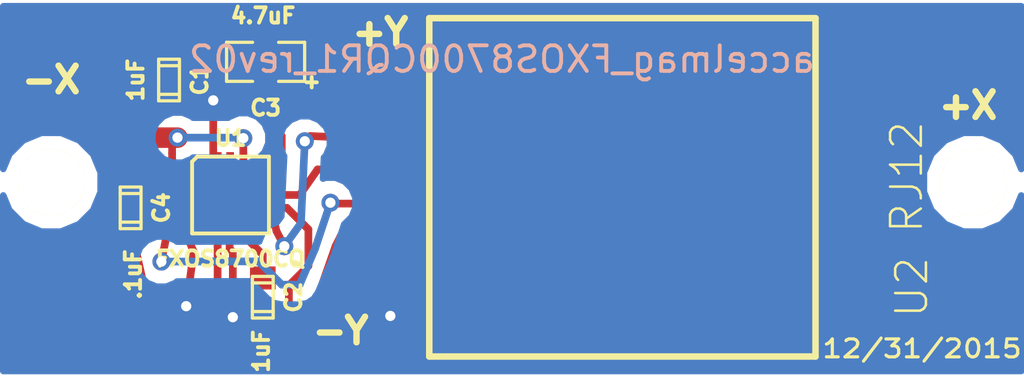
<source format=kicad_pcb>
(kicad_pcb (version 4) (host pcbnew "(2015-08-20 BZR 6109)-product")

  (general
    (links 21)
    (no_connects 0)
    (area 130.5 101.305 171.279762 116.039286)
    (thickness 1.6)
    (drawings 6)
    (tracks 122)
    (zones 0)
    (modules 8)
    (nets 9)
  )

  (page A)
  (layers
    (0 F.Cu signal)
    (31 B.Cu signal)
    (32 B.Adhes user)
    (33 F.Adhes user)
    (34 B.Paste user)
    (35 F.Paste user)
    (36 B.SilkS user)
    (37 F.SilkS user)
    (38 B.Mask user)
    (39 F.Mask user)
    (40 Dwgs.User user)
    (41 Cmts.User user)
    (42 Eco1.User user)
    (43 Eco2.User user)
    (44 Edge.Cuts user)
  )

  (setup
    (last_trace_width 0.3)
    (user_trace_width 0.1)
    (user_trace_width 0.15)
    (user_trace_width 0.2)
    (user_trace_width 0.25)
    (user_trace_width 0.3)
    (user_trace_width 0.35)
    (user_trace_width 0.4)
    (user_trace_width 0.5)
    (user_trace_width 0.6)
    (user_trace_width 0.7)
    (user_trace_width 0.8)
    (user_trace_width 1)
    (trace_clearance 0.05)
    (zone_clearance 0.5)
    (zone_45_only no)
    (trace_min 0.1)
    (segment_width 0.2)
    (edge_width 0.1)
    (via_size 0.7)
    (via_drill 0.4)
    (via_min_size 0.7)
    (via_min_drill 0.4)
    (uvia_size 0.4)
    (uvia_drill 0.127)
    (uvias_allowed no)
    (uvia_min_size 0.4)
    (uvia_min_drill 0.127)
    (pcb_text_width 0.3)
    (pcb_text_size 1.5 1.5)
    (mod_edge_width 0.15)
    (mod_text_size 1 1)
    (mod_text_width 0.15)
    (pad_size 2.60096 1.6002)
    (pad_drill 0)
    (pad_to_mask_clearance 0)
    (aux_axis_origin 0 0)
    (visible_elements 7FFFFFFF)
    (pcbplotparams
      (layerselection 0x00030_80000001)
      (usegerberextensions true)
      (excludeedgelayer true)
      (linewidth 0.150000)
      (plotframeref false)
      (viasonmask false)
      (mode 1)
      (useauxorigin false)
      (hpglpennumber 1)
      (hpglpenspeed 20)
      (hpglpendiameter 15)
      (hpglpenoverlay 2)
      (psnegative false)
      (psa4output false)
      (plotreference true)
      (plotvalue true)
      (plotinvisibletext false)
      (padsonsilk false)
      (subtractmaskfromsilk false)
      (outputformat 1)
      (mirror false)
      (drillshape 0)
      (scaleselection 1)
      (outputdirectory ""))
  )

  (net 0 "")
  (net 1 GND)
  (net 2 INT1)
  (net 3 INT2)
  (net 4 SCL)
  (net 5 SDA)
  (net 6 Vdd)
  (net 7 "Net-(C2-Pad1)")
  (net 8 "Net-(C4-Pad1)")

  (net_class Default "This is the default net class."
    (clearance 0.05)
    (trace_width 0.5)
    (via_dia 0.7)
    (via_drill 0.4)
    (uvia_dia 0.4)
    (uvia_drill 0.127)
    (add_net GND)
    (add_net INT1)
    (add_net INT2)
    (add_net "Net-(C2-Pad1)")
    (add_net "Net-(C4-Pad1)")
    (add_net SCL)
    (add_net SDA)
    (add_net Vdd)
  )

  (module ted_connectors:TED_RJ12_855135002 (layer F.Cu) (tedit 0) (tstamp 539CC027)
    (at 155.3 108.7 270)
    (path /539B7C14)
    (fp_text reference U2 (at 3.9 -11.3 270) (layer F.SilkS)
      (effects (font (size 1.2 1.2) (thickness 0.09906)))
    )
    (fp_text value RJ12 (at -0.4 -11.1 270) (layer F.SilkS)
      (effects (font (size 1.2 1.2) (thickness 0.09906)))
    )
    (fp_line (start -6.605 -7.54) (end 6.605 -7.54) (layer F.SilkS) (width 0.254))
    (fp_line (start 6.605 -7.54) (end 6.605 7.54) (layer F.SilkS) (width 0.254))
    (fp_line (start 6.605 7.54) (end -6.605 7.54) (layer F.SilkS) (width 0.254))
    (fp_line (start -6.605 7.54) (end -6.605 -7.54) (layer F.SilkS) (width 0.254))
    (pad 6 smd rect (at -3.175 7.9 270) (size 0.76 5) (layers F.Cu F.Paste F.Mask)
      (net 6 Vdd) (clearance 0.2))
    (pad 4 smd rect (at -0.635 7.9 270) (size 0.76 5) (layers F.Cu F.Paste F.Mask)
      (net 2 INT1) (clearance 0.2))
    (pad 2 smd rect (at 1.905 7.9 270) (size 0.76 5) (layers F.Cu F.Paste F.Mask)
      (net 5 SDA) (clearance 0.2))
    (pad 3 smd rect (at 0.635 7.9 270) (size 0.76 5) (layers F.Cu F.Paste F.Mask)
      (net 4 SCL) (clearance 0.2))
    (pad 1 smd rect (at 3.175 7.9 270) (size 0.76 5) (layers F.Cu F.Paste F.Mask)
      (net 1 GND) (clearance 0.2))
    (pad 5 smd rect (at -1.905 7.9 270) (size 0.76 5) (layers F.Cu F.Paste F.Mask)
      (net 3 INT2) (clearance 0.2))
    (pad PAD smd rect (at 0 -8.15 270) (size 8.8 4.5) (layers F.Cu F.Paste F.Mask))
  )

  (module ted_holes:TED_Hole_2_6mm (layer F.Cu) (tedit 0) (tstamp 539CCC63)
    (at 133 108.5)
    (path /5365C78C)
    (fp_text reference H1 (at -0.05 -2.425) (layer F.SilkS) hide
      (effects (font (size 1 1) (thickness 0.15)))
    )
    (fp_text value HOLE (at 0.25 2.6) (layer F.SilkS) hide
      (effects (font (size 1 1) (thickness 0.15)))
    )
    (pad "" np_thru_hole circle (at 0 0) (size 2.6 2.6) (drill 2.6) (layers *.Cu *.Mask F.SilkS))
  )

  (module ted_holes:TED_Hole_2_6mm (layer F.Cu) (tedit 0) (tstamp 539CBF88)
    (at 169 108.5)
    (path /539CBE67)
    (fp_text reference H2 (at -0.05 -2.425) (layer F.SilkS) hide
      (effects (font (size 1 1) (thickness 0.15)))
    )
    (fp_text value HOLE (at 0.25 2.6) (layer F.SilkS) hide
      (effects (font (size 1 1) (thickness 0.15)))
    )
    (pad "" np_thru_hole circle (at 0 0) (size 2.6 2.6) (drill 2.6) (layers *.Cu *.Mask F.SilkS))
  )

  (module ted_ICs:TED_QFN16_3x5 (layer F.Cu) (tedit 0) (tstamp 52A599E5)
    (at 140 109)
    (path /54A72EE3)
    (solder_paste_ratio -0.2)
    (clearance 0.1)
    (fp_text reference U1 (at 0 -2.22) (layer F.SilkS)
      (effects (font (size 0.6 0.6) (thickness 0.15)))
    )
    (fp_text value FXOS8700CQ (at 0 2.49) (layer F.SilkS)
      (effects (font (size 0.6 0.6) (thickness 0.15)))
    )
    (fp_line (start -1.3 -1.5) (end 1.5 -1.5) (layer F.SilkS) (width 0.14986))
    (fp_line (start -1.5 -1.3) (end -1.5 1.5) (layer F.SilkS) (width 0.14986))
    (fp_line (start -1.3 -1.5) (end -1.5 -1.3) (layer F.SilkS) (width 0.14986))
    (fp_line (start 1.5 1.5) (end -1.5 1.5) (layer F.SilkS) (width 0.14986))
    (fp_line (start 1.5 -1.5) (end 1.5 1.5) (layer F.SilkS) (width 0.14986))
    (pad 2 smd rect (at -1.275 -0.5) (size 0.8 0.3) (layers F.Cu F.Paste F.Mask)
      (net 8 "Net-(C4-Pad1)"))
    (pad 1 smd rect (at -1.275 -1) (size 0.8 0.3) (layers F.Cu F.Paste F.Mask)
      (net 6 Vdd))
    (pad 13 smd rect (at 1.275 -1) (size 0.8 0.3) (layers F.Cu F.Paste F.Mask)
      (net 1 GND))
    (pad 3 smd rect (at -1.275 -0.005) (size 0.8 0.3) (layers F.Cu F.Paste F.Mask)
      (net 1 GND))
    (pad 4 smd rect (at -1.275 0.5) (size 0.8 0.3) (layers F.Cu F.Paste F.Mask)
      (net 4 SCL))
    (pad 5 smd rect (at -1.275 1) (size 0.8 0.3) (layers F.Cu F.Paste F.Mask)
      (net 1 GND))
    (pad 6 smd rect (at -0.5 1.275) (size 0.3 0.8) (layers F.Cu F.Paste F.Mask)
      (net 5 SDA))
    (pad 7 smd rect (at -0.035 1.275) (size 0.3 0.8) (layers F.Cu F.Paste F.Mask)
      (net 1 GND))
    (pad 8 smd rect (at 0.5 1.275) (size 0.3 0.8) (layers F.Cu F.Paste F.Mask)
      (net 7 "Net-(C2-Pad1)"))
    (pad 9 smd rect (at 1.275 1) (size 0.8 0.3) (layers F.Cu F.Paste F.Mask)
      (net 3 INT2))
    (pad 10 smd rect (at 1.275 0.5) (size 0.8 0.3) (layers F.Cu F.Paste F.Mask)
      (net 1 GND))
    (pad 11 smd rect (at 1.275 -0.005) (size 0.8 0.3) (layers F.Cu F.Paste F.Mask)
      (net 2 INT1))
    (pad 12 smd rect (at 1.275 -0.5) (size 0.8 0.3) (layers F.Cu F.Paste F.Mask)
      (net 1 GND))
    (pad 14 smd rect (at 0.5 -1.275) (size 0.3 0.8) (layers F.Cu F.Paste F.Mask)
      (net 6 Vdd))
    (pad 15 smd rect (at -0.015 -1.275) (size 0.3 0.8) (layers F.Cu F.Paste F.Mask))
    (pad 16 smd rect (at -0.5 -1.275) (size 0.3 0.8) (layers F.Cu F.Paste F.Mask)
      (net 1 GND))
  )

  (module ted_capacitors:TED_SM0603_C (layer F.Cu) (tedit 5411E2B4) (tstamp 566C9EAA)
    (at 137.6 104.51 270)
    (descr "SMT capacitor, 0603")
    (path /52959381)
    (fp_text reference C1 (at 0 -1.2 270) (layer F.SilkS)
      (effects (font (size 0.6 0.6) (thickness 0.15)))
    )
    (fp_text value 1uF (at 0 1.3 270) (layer F.SilkS)
      (effects (font (size 0.6 0.6) (thickness 0.15)))
    )
    (fp_line (start 0.5588 0.4064) (end 0.5588 -0.4064) (layer F.SilkS) (width 0.127))
    (fp_line (start -0.5588 -0.381) (end -0.5588 0.4064) (layer F.SilkS) (width 0.127))
    (fp_line (start -0.8128 -0.4064) (end 0.8128 -0.4064) (layer F.SilkS) (width 0.127))
    (fp_line (start 0.8128 -0.4064) (end 0.8128 0.4064) (layer F.SilkS) (width 0.127))
    (fp_line (start 0.8128 0.4064) (end -0.8128 0.4064) (layer F.SilkS) (width 0.127))
    (fp_line (start -0.8128 0.4064) (end -0.8128 -0.4064) (layer F.SilkS) (width 0.127))
    (pad 2 smd rect (at 0.75184 0 270) (size 0.89916 1.00076) (layers F.Cu F.Paste F.Mask)
      (net 1 GND) (clearance 0.1))
    (pad 1 smd rect (at -0.75184 0 270) (size 0.89916 1.00076) (layers F.Cu F.Paste F.Mask)
      (net 6 Vdd) (clearance 0.1))
    (model smd/capacitors/c_0603.wrl
      (at (xyz 0 0 0))
      (scale (xyz 1 1 1))
      (rotate (xyz 0 0 0))
    )
  )

  (module ted_capacitors:TED_SM0603_C (layer F.Cu) (tedit 5411E2B4) (tstamp 566C9EB5)
    (at 141.26 112.99 270)
    (descr "SMT capacitor, 0603")
    (path /54A72FC4)
    (fp_text reference C2 (at 0 -1.2 270) (layer F.SilkS)
      (effects (font (size 0.6 0.6) (thickness 0.15)))
    )
    (fp_text value 1uF (at 2.11 0.06 270) (layer F.SilkS)
      (effects (font (size 0.6 0.6) (thickness 0.15)))
    )
    (fp_line (start 0.5588 0.4064) (end 0.5588 -0.4064) (layer F.SilkS) (width 0.127))
    (fp_line (start -0.5588 -0.381) (end -0.5588 0.4064) (layer F.SilkS) (width 0.127))
    (fp_line (start -0.8128 -0.4064) (end 0.8128 -0.4064) (layer F.SilkS) (width 0.127))
    (fp_line (start 0.8128 -0.4064) (end 0.8128 0.4064) (layer F.SilkS) (width 0.127))
    (fp_line (start 0.8128 0.4064) (end -0.8128 0.4064) (layer F.SilkS) (width 0.127))
    (fp_line (start -0.8128 0.4064) (end -0.8128 -0.4064) (layer F.SilkS) (width 0.127))
    (pad 2 smd rect (at 0.75184 0 270) (size 0.89916 1.00076) (layers F.Cu F.Paste F.Mask)
      (net 1 GND) (clearance 0.1))
    (pad 1 smd rect (at -0.75184 0 270) (size 0.89916 1.00076) (layers F.Cu F.Paste F.Mask)
      (net 7 "Net-(C2-Pad1)") (clearance 0.1))
    (model smd/capacitors/c_0603.wrl
      (at (xyz 0 0 0))
      (scale (xyz 1 1 1))
      (rotate (xyz 0 0 0))
    )
  )

  (module ted_capacitors:TED_SM0603_C (layer F.Cu) (tedit 5411E2B4) (tstamp 566C9EC0)
    (at 136.1 109.5 270)
    (descr "SMT capacitor, 0603")
    (path /52A5541B)
    (fp_text reference C4 (at 0 -1.2 270) (layer F.SilkS)
      (effects (font (size 0.6 0.6) (thickness 0.15)))
    )
    (fp_text value .1uF (at 2.6 -0.1 270) (layer F.SilkS)
      (effects (font (size 0.6 0.6) (thickness 0.15)))
    )
    (fp_line (start 0.5588 0.4064) (end 0.5588 -0.4064) (layer F.SilkS) (width 0.127))
    (fp_line (start -0.5588 -0.381) (end -0.5588 0.4064) (layer F.SilkS) (width 0.127))
    (fp_line (start -0.8128 -0.4064) (end 0.8128 -0.4064) (layer F.SilkS) (width 0.127))
    (fp_line (start 0.8128 -0.4064) (end 0.8128 0.4064) (layer F.SilkS) (width 0.127))
    (fp_line (start 0.8128 0.4064) (end -0.8128 0.4064) (layer F.SilkS) (width 0.127))
    (fp_line (start -0.8128 0.4064) (end -0.8128 -0.4064) (layer F.SilkS) (width 0.127))
    (pad 2 smd rect (at 0.75184 0 270) (size 0.89916 1.00076) (layers F.Cu F.Paste F.Mask)
      (net 1 GND) (clearance 0.1))
    (pad 1 smd rect (at -0.75184 0 270) (size 0.89916 1.00076) (layers F.Cu F.Paste F.Mask)
      (net 8 "Net-(C4-Pad1)") (clearance 0.1))
    (model smd/capacitors/c_0603.wrl
      (at (xyz 0 0 0))
      (scale (xyz 1 1 1))
      (rotate (xyz 0 0 0))
    )
  )

  (module ted_capacitors:TED_SM2012_0805_ELEC_C (layer F.Cu) (tedit 0) (tstamp 567F7F90)
    (at 141.37 103.8 180)
    (path /54A72EF7)
    (attr smd)
    (fp_text reference C3 (at 0 -1.8 180) (layer F.SilkS)
      (effects (font (size 0.6 0.6) (thickness 0.15)))
    )
    (fp_text value 4.7uF (at 0.1 1.8 180) (layer F.SilkS)
      (effects (font (size 0.6 0.6) (thickness 0.15)))
    )
    (fp_line (start -2 -0.8) (end -1.6 -0.8) (layer F.SilkS) (width 0.15))
    (fp_line (start -1.8 -0.6) (end -1.8 -1) (layer F.SilkS) (width 0.15))
    (fp_line (start -0.508 0.762) (end -1.524 0.762) (layer F.SilkS) (width 0.127))
    (fp_line (start -1.524 0.762) (end -1.524 -0.762) (layer F.SilkS) (width 0.127))
    (fp_line (start -1.524 -0.762) (end -0.508 -0.762) (layer F.SilkS) (width 0.127))
    (fp_line (start 0.508 -0.762) (end 1.524 -0.762) (layer F.SilkS) (width 0.127))
    (fp_line (start 1.524 -0.762) (end 1.524 0.762) (layer F.SilkS) (width 0.127))
    (fp_line (start 1.524 0.762) (end 0.508 0.762) (layer F.SilkS) (width 0.127))
    (pad 1 smd rect (at -0.9525 0 180) (size 0.889 1.397) (layers F.Cu F.Paste F.Mask)
      (net 6 Vdd))
    (pad 2 smd rect (at 0.9525 0 180) (size 0.889 1.397) (layers F.Cu F.Paste F.Mask)
      (net 1 GND))
    (model smd/chip_cms.wrl
      (at (xyz 0 0 0))
      (scale (xyz 0.1 0.1 0.1))
      (rotate (xyz 0 0 0))
    )
  )

  (gr_text 12/31/2015 (at 167 115) (layer F.SilkS)
    (effects (font (size 0.7 0.8) (thickness 0.125)))
  )
  (gr_text -X (at 133 104.5) (layer F.SilkS)
    (effects (font (size 1 1) (thickness 0.25)))
  )
  (gr_text -Y (at 144.3 114.3) (layer F.SilkS)
    (effects (font (size 1 1) (thickness 0.25)))
  )
  (gr_text +X (at 168.8 105.5) (layer F.SilkS)
    (effects (font (size 1 1) (thickness 0.25)))
  )
  (gr_text +Y (at 145.85 102.64) (layer F.SilkS)
    (effects (font (size 1 1) (thickness 0.25)))
  )
  (gr_text accelmag_FXOS8700CQR1_rev02 (at 150.6 103.7) (layer B.SilkS)
    (effects (font (size 1 1) (thickness 0.15)) (justify mirror))
  )

  (segment (start 139.06 113.83) (end 139.06 113.83) (width 0.3) (layer F.Cu) (net 0) (tstamp 539CECAF))
  (segment (start 137.553003 105.259801) (end 137.575161 105.281959) (width 0.3) (layer F.Cu) (net 1))
  (segment (start 139.303475 105.281959) (end 139.325633 105.304117) (width 0.3) (layer F.Cu) (net 1))
  (segment (start 137.575161 105.281959) (end 139.303475 105.281959) (width 0.3) (layer F.Cu) (net 1))
  (segment (start 139.675632 104.954118) (end 139.325633 105.304117) (width 0.3) (layer F.Cu) (net 1))
  (segment (start 140.2175 104) (end 140.2175 104.41225) (width 0.3) (layer F.Cu) (net 1))
  (segment (start 139.325633 105.799091) (end 139.325633 105.304117) (width 0.3) (layer F.Cu) (net 1))
  (segment (start 139.325633 107.609881) (end 139.325633 105.799091) (width 0.3) (layer F.Cu) (net 1))
  (segment (start 140.2175 104.41225) (end 139.675632 104.954118) (width 0.3) (layer F.Cu) (net 1))
  (segment (start 139.497488 107.781736) (end 139.325633 107.609881) (width 0.3) (layer F.Cu) (net 1))
  (via (at 139.325633 105.304117) (size 0.7) (drill 0.4) (layers F.Cu B.Cu) (net 1))
  (segment (start 140.09 113.77) (end 140.09 111.219912) (width 0.3) (layer F.Cu) (net 1))
  (segment (start 140.09 111.219912) (end 139.965 111.094912) (width 0.3) (layer F.Cu) (net 1))
  (segment (start 139.965 111.094912) (end 139.965 110.275) (width 0.3) (layer F.Cu) (net 1))
  (segment (start 145.3 113.8) (end 145.38 113.72) (width 0.8) (layer F.Cu) (net 1))
  (segment (start 145.38 113.72) (end 146.24 113.72) (width 0.8) (layer F.Cu) (net 1))
  (segment (start 144.7 113.2) (end 145.3 113.8) (width 0.8) (layer F.Cu) (net 1))
  (segment (start 144.7 112.4) (end 144.7 113.2) (width 0.8) (layer F.Cu) (net 1))
  (segment (start 145.225 111.875) (end 144.7 112.4) (width 0.8) (layer F.Cu) (net 1))
  (segment (start 147.4 111.875) (end 145.225 111.875) (width 0.8) (layer F.Cu) (net 1))
  (segment (start 142 106.7) (end 140.4175 105.1175) (width 0.3) (layer F.Cu) (net 1))
  (segment (start 140.4175 105.1175) (end 140.4175 103.8) (width 0.3) (layer F.Cu) (net 1))
  (segment (start 142 107.6) (end 142 106.7) (width 0.3) (layer F.Cu) (net 1))
  (segment (start 140.2175 104) (end 140.4175 103.8) (width 0.4) (layer F.Cu) (net 1))
  (segment (start 141.3 109.5) (end 142.2 109.5) (width 0.3) (layer F.Cu) (net 1))
  (segment (start 142.07816 113.74184) (end 141.26 113.74184) (width 0.3) (layer F.Cu) (net 1) (tstamp 54A73CA1))
  (segment (start 142.28 113.54) (end 142.07816 113.74184) (width 0.3) (layer F.Cu) (net 1) (tstamp 54A73CA0))
  (segment (start 142.28 112.53) (end 142.28 113.54) (width 0.3) (layer F.Cu) (net 1) (tstamp 54A73C9F))
  (segment (start 143.04 111.77) (end 142.28 112.53) (width 0.3) (layer F.Cu) (net 1) (tstamp 54A73C99))
  (segment (start 143.04 110.34) (end 143.04 111.77) (width 0.3) (layer F.Cu) (net 1) (tstamp 54A73C98))
  (segment (start 142.2 109.5) (end 143.04 110.34) (width 0.3) (layer F.Cu) (net 1) (tstamp 54A73C97))
  (segment (start 141.3 108.5) (end 142.02 108.5) (width 0.3) (layer F.Cu) (net 1))
  (segment (start 142 108.48) (end 142 107.6) (width 0.3) (layer F.Cu) (net 1) (tstamp 54A73C86))
  (segment (start 142.02 108.5) (end 142 108.48) (width 0.3) (layer F.Cu) (net 1) (tstamp 54A73C84))
  (segment (start 141.26 113.74184) (end 140.11816 113.74184) (width 0.3) (layer F.Cu) (net 1))
  (segment (start 140.11816 113.74184) (end 140.09 113.77) (width 0.3) (layer F.Cu) (net 1) (tstamp 54A73C61))
  (via (at 146.24 113.72) (size 0.7) (layers F.Cu B.Cu) (net 1))
  (segment (start 138.3 110.6) (end 138.3 110.1) (width 0.3) (layer F.Cu) (net 1))
  (segment (start 138.3 110.6) (end 138.563793 111.215517) (width 0.3) (layer F.Cu) (net 1) (tstamp 539B7FF3))
  (segment (start 138.27 113.34) (end 138.563793 111.215517) (width 0.3) (layer F.Cu) (net 1) (tstamp 539B7FF5))
  (segment (start 138.4 110) (end 138.75 110) (width 0.3) (layer F.Cu) (net 1) (tstamp 539B89E5))
  (segment (start 138.3 110.1) (end 138.4 110) (width 0.3) (layer F.Cu) (net 1) (tstamp 539B89E2))
  (segment (start 138.065117 113.544883) (end 136.678449 112.804883) (width 0.3) (layer F.Cu) (net 1) (tstamp 539B7FE6))
  (segment (start 138.27 113.34) (end 138.065117 113.544883) (width 0.3) (layer F.Cu) (net 1) (tstamp 539B7FE5))
  (via (at 138.27 113.34) (size 0.7) (layers F.Cu B.Cu) (net 1))
  (via (at 140.09 113.77) (size 0.7) (layers F.Cu B.Cu) (net 1))
  (segment (start 140.09 113.77) (end 139.99 113.87) (width 0.3) (layer B.Cu) (net 1) (tstamp 539B7FD9))
  (segment (start 138.75 108.995) (end 137.405 108.995) (width 0.3) (layer F.Cu) (net 1))
  (segment (start 136.84816 110.25184) (end 136.1 110.25184) (width 0.3) (layer F.Cu) (net 1) (tstamp 539B7F96))
  (segment (start 137 110.1) (end 136.84816 110.25184) (width 0.3) (layer F.Cu) (net 1) (tstamp 539B7F95))
  (segment (start 137 109.4) (end 137 110.1) (width 0.3) (layer F.Cu) (net 1) (tstamp 539B7F94))
  (segment (start 137.405 108.995) (end 137 109.4) (width 0.3) (layer F.Cu) (net 1) (tstamp 539B7F93))
  (segment (start 136.678449 112.804883) (end 136.1 110.25184) (width 0.3) (layer F.Cu) (net 1) (tstamp 539B7FE8) (status 20))
  (segment (start 141.3 108) (end 141.9 108) (width 0.3) (layer F.Cu) (net 1))
  (segment (start 142 107.9) (end 142 107.6) (width 0.3) (layer F.Cu) (net 1) (tstamp 539B7F0A))
  (segment (start 141.9 108) (end 142 107.9) (width 0.3) (layer F.Cu) (net 1) (tstamp 539B7F09))
  (segment (start 141.3 108.995) (end 142.7 109) (width 0.3) (layer F.Cu) (net 2))
  (segment (start 143.4 108) (end 147.4 108.065) (width 0.3) (layer F.Cu) (net 2) (tstamp 539B7EC6) (status 20))
  (segment (start 142.7 109) (end 143.4 108) (width 0.3) (layer F.Cu) (net 2) (tstamp 539B7EC4))
  (segment (start 141.3 110) (end 141.7 110) (width 0.3) (layer F.Cu) (net 3))
  (segment (start 143.105 106.695) (end 147.4 106.895) (width 0.3) (layer F.Cu) (net 3) (tstamp 539B7F00) (status 20))
  (segment (start 142.9 107) (end 143.105 106.795) (width 0.3) (layer F.Cu) (net 3) (tstamp 539B7EFF))
  (via (at 142.9 106.9) (size 0.7) (layers F.Cu B.Cu) (net 3))
  (segment (start 142.75 110.1) (end 142.9 106.9) (width 0.3) (layer B.Cu) (net 3) (tstamp 539B7EFB))
  (segment (start 142.1 111) (end 142.75 110.1) (width 0.3) (layer B.Cu) (net 3) (tstamp 539B7EFA))
  (via (at 142.1 111) (size 0.7) (layers F.Cu B.Cu) (net 3))
  (segment (start 141.793337 110.406736) (end 142.1 111) (width 0.3) (layer F.Cu) (net 3) (tstamp 539B7EF5))
  (segment (start 141.7 110) (end 141.793337 110.406736) (width 0.3) (layer F.Cu) (net 3) (tstamp 539B7EF4))
  (segment (start 138.75 109.5) (end 138 109.5) (width 0.3) (layer F.Cu) (net 4))
  (segment (start 143.935 109.335) (end 147.4 109.335) (width 0.3) (layer F.Cu) (net 4) (tstamp 539B7FA2) (status 20))
  (segment (start 143.9 109.3) (end 143.935 109.335) (width 0.3) (layer F.Cu) (net 4) (tstamp 539B7FA1))
  (via (at 143.9 109.3) (size 0.7) (layers F.Cu B.Cu) (net 4))
  (segment (start 143.3 111.1) (end 143.9 109.3) (width 0.3) (layer B.Cu) (net 4) (tstamp 539B7F9F))
  (segment (start 142.7 112.5) (end 143.3 111.1) (width 0.3) (layer B.Cu) (net 4) (tstamp 539B7F9E))
  (segment (start 142 112.5) (end 142.7 112.5) (width 0.3) (layer B.Cu) (net 4) (tstamp 539B7F9C))
  (segment (start 137.3 111.6) (end 141.091578 111.589836) (width 0.3) (layer B.Cu) (net 4) (tstamp 539B7F9B))
  (segment (start 141.091578 111.589836) (end 142 112.5) (width 0.3) (layer B.Cu) (net 4) (tstamp 539B7FC7))
  (via (at 137.3 111.6) (size 0.7) (layers F.Cu B.Cu) (net 4))
  (segment (start 137.7 109.6) (end 137.3 111.6) (width 0.3) (layer F.Cu) (net 4) (tstamp 539B7F99))
  (segment (start 138 109.5) (end 137.7 109.6) (width 0.3) (layer F.Cu) (net 4) (tstamp 539B7F98))
  (segment (start 139.495483 111.00502) (end 139.5 111.000503) (width 0.3) (layer F.Cu) (net 5))
  (segment (start 139.5 111.000503) (end 139.5 110.275) (width 0.3) (layer F.Cu) (net 5))
  (segment (start 139.495483 111.00502) (end 139.495483 114.225483) (width 0.3) (layer F.Cu) (net 5))
  (segment (start 139.495483 114.225483) (end 139.86 114.59) (width 0.3) (layer F.Cu) (net 5))
  (segment (start 139.86 114.59) (end 142.36 114.59) (width 0.3) (layer F.Cu) (net 5))
  (segment (start 142.36 114.59) (end 143.4 113) (width 0.3) (layer F.Cu) (net 5))
  (segment (start 144.1 111) (end 144.3 110.6) (width 0.3) (layer F.Cu) (net 5))
  (segment (start 143.4 113) (end 144.1 111) (width 0.3) (layer F.Cu) (net 5))
  (segment (start 144.3 110.6) (end 144.6 110.6) (width 0.3) (layer F.Cu) (net 5))
  (segment (start 144.6 110.6) (end 147.4 110.605) (width 0.3) (layer F.Cu) (net 5))
  (segment (start 137.708108 103.775224) (end 137.420056 103.775224) (width 0.8) (layer F.Cu) (net 6))
  (segment (start 137.420056 103.775224) (end 137.397898 103.797382) (width 0.8) (layer F.Cu) (net 6))
  (segment (start 137.397898 103.797382) (end 137.04968 103.797382) (width 0.8) (layer F.Cu) (net 6))
  (segment (start 137.04968 103.797382) (end 136.223531 104.623531) (width 0.8) (layer F.Cu) (net 6))
  (segment (start 136.992521 106.76) (end 137.93 106.76) (width 0.8) (layer F.Cu) (net 6))
  (segment (start 136.223531 104.623531) (end 136.223531 105.99101) (width 0.8) (layer F.Cu) (net 6))
  (segment (start 136.223531 105.99101) (end 136.992521 106.76) (width 0.8) (layer F.Cu) (net 6))
  (segment (start 142.3225 103.8) (end 142.3225 103.546) (width 0.8) (layer F.Cu) (net 6))
  (segment (start 142.3225 103.546) (end 142.3 103.5235) (width 0.8) (layer F.Cu) (net 6))
  (segment (start 142.3 103.5235) (end 142.3 103.1) (width 0.8) (layer F.Cu) (net 6))
  (segment (start 142.3 103.1) (end 141.3 102.1) (width 0.8) (layer F.Cu) (net 6))
  (segment (start 141.3 102.1) (end 139.339017 102.1) (width 0.8) (layer F.Cu) (net 6))
  (segment (start 139.339017 102.1) (end 137.79674 103.642277) (width 0.8) (layer F.Cu) (net 6))
  (segment (start 140.5 107.725) (end 140.5 106.78) (width 0.3) (layer F.Cu) (net 6))
  (segment (start 140.525 106.805) (end 140.5 106.78) (width 0.3) (layer F.Cu) (net 6) (tstamp 54A73B45))
  (segment (start 147.4 105.525) (end 144.0475 105.525) (width 0.8) (layer F.Cu) (net 6))
  (segment (start 144.0475 105.525) (end 142.3225 103.8) (width 0.8) (layer F.Cu) (net 6))
  (segment (start 142.3225 104.054) (end 142.3225 103.8) (width 0.8) (layer F.Cu) (net 6))
  (segment (start 138.07 108) (end 138.75 108) (width 0.3) (layer F.Cu) (net 6) (tstamp 54A73B51))
  (segment (start 137.72 107.65) (end 138.07 108) (width 0.3) (layer F.Cu) (net 6) (tstamp 54A73B50))
  (segment (start 137.72 106.97) (end 137.72 107.38) (width 0.3) (layer F.Cu) (net 6) (tstamp 54A73B4F))
  (segment (start 137.72 107.38) (end 137.72 107.65) (width 0.3) (layer F.Cu) (net 6) (tstamp 54A73B53))
  (segment (start 137.93 106.76) (end 137.72 106.97) (width 0.3) (layer F.Cu) (net 6) (tstamp 54A73B4E))
  (via (at 137.93 106.76) (size 0.7) (layers F.Cu B.Cu) (net 6))
  (segment (start 140.48 106.76) (end 137.93 106.76) (width 0.3) (layer B.Cu) (net 6) (tstamp 54A73B49))
  (segment (start 140.5 106.78) (end 140.48 106.76) (width 0.3) (layer B.Cu) (net 6) (tstamp 54A73B48))
  (via (at 140.5 106.78) (size 0.7) (layers F.Cu B.Cu) (net 6))
  (segment (start 140.497273 110.302727) (end 140.497273 110.567273) (width 0.3) (layer F.Cu) (net 7))
  (segment (start 140.497273 110.567273) (end 141.26 111.33) (width 0.3) (layer F.Cu) (net 7))
  (segment (start 141.26 111.33) (end 141.26 112.23816) (width 0.3) (layer F.Cu) (net 7))
  (segment (start 138.75 108.5) (end 136.34816 108.5) (width 0.3) (layer F.Cu) (net 8) (status 20))
  (segment (start 136.34816 108.5) (end 136.1 108.74816) (width 0.3) (layer F.Cu) (net 8) (tstamp 539B7EE1) (status 30))

  (zone (net 1) (net_name GND) (layer B.Cu) (tstamp 539B87D1) (hatch edge 0.508)
    (connect_pads (clearance 0.5))
    (min_thickness 0.254)
    (fill yes (arc_segments 16) (thermal_gap 0.508) (thermal_bridge_width 0.508))
    (polygon
      (pts
        (xy 131 101.5) (xy 171 101.5) (xy 171 116) (xy 131 116)
      )
    )
    (filled_polygon
      (pts
        (xy 170.873 107.98688) (xy 170.634584 107.409868) (xy 170.092983 106.867322) (xy 169.384986 106.573335) (xy 168.618378 106.572666)
        (xy 167.909868 106.865416) (xy 167.367322 107.407017) (xy 167.073335 108.115014) (xy 167.072666 108.881622) (xy 167.365416 109.590132)
        (xy 167.907017 110.132678) (xy 168.615014 110.426665) (xy 169.381622 110.427334) (xy 170.090132 110.134584) (xy 170.632678 109.592983)
        (xy 170.873 109.014225) (xy 170.873 115.873) (xy 131.127 115.873) (xy 131.127 111.793485) (xy 136.32283 111.793485)
        (xy 136.471256 112.152703) (xy 136.745851 112.427778) (xy 137.10481 112.57683) (xy 137.493485 112.57717) (xy 137.852703 112.428744)
        (xy 137.906163 112.375378) (xy 140.770161 112.3677) (xy 141.450052 113.048895) (xy 141.450367 113.049106) (xy 141.450578 113.049422)
        (xy 141.576551 113.133594) (xy 141.701968 113.217569) (xy 141.70234 113.217643) (xy 141.702655 113.217854) (xy 141.85079 113.24732)
        (xy 141.999256 113.277) (xy 141.999629 113.276926) (xy 142 113.277) (xy 142.7 113.277) (xy 142.844119 113.248333)
        (xy 142.988571 113.221426) (xy 142.992614 113.218795) (xy 142.997345 113.217854) (xy 143.119517 113.136222) (xy 143.242682 113.05608)
        (xy 143.24541 113.052102) (xy 143.249422 113.049422) (xy 143.331054 112.927251) (xy 143.414176 112.806075) (xy 144.014176 111.406075)
        (xy 144.020942 111.374101) (xy 144.037127 111.345709) (xy 144.441197 110.133498) (xy 144.452703 110.128744) (xy 144.727778 109.854149)
        (xy 144.87683 109.49519) (xy 144.87717 109.106515) (xy 144.728744 108.747297) (xy 144.454149 108.472222) (xy 144.09519 108.32317)
        (xy 143.706515 108.32283) (xy 143.609275 108.363009) (xy 143.648152 107.533636) (xy 143.727778 107.454149) (xy 143.87683 107.09519)
        (xy 143.87717 106.706515) (xy 143.728744 106.347297) (xy 143.454149 106.072222) (xy 143.09519 105.92317) (xy 142.706515 105.92283)
        (xy 142.347297 106.071256) (xy 142.072222 106.345851) (xy 141.92317 106.70481) (xy 141.92283 107.093485) (xy 142.071256 107.452703)
        (xy 142.095118 107.476607) (xy 141.984682 109.832579) (xy 141.822082 110.057717) (xy 141.547297 110.171256) (xy 141.272222 110.445851)
        (xy 141.12317 110.80481) (xy 141.123158 110.819) (xy 141.092322 110.812836) (xy 141.090907 110.813116) (xy 141.089495 110.812839)
        (xy 137.903222 110.82138) (xy 137.854149 110.772222) (xy 137.49519 110.62317) (xy 137.106515 110.62283) (xy 136.747297 110.771256)
        (xy 136.472222 111.045851) (xy 136.32317 111.40481) (xy 136.32283 111.793485) (xy 131.127 111.793485) (xy 131.127 109.01312)
        (xy 131.365416 109.590132) (xy 131.907017 110.132678) (xy 132.615014 110.426665) (xy 133.381622 110.427334) (xy 134.090132 110.134584)
        (xy 134.632678 109.592983) (xy 134.926665 108.884986) (xy 134.927334 108.118378) (xy 134.634584 107.409868) (xy 134.178996 106.953485)
        (xy 136.95283 106.953485) (xy 137.101256 107.312703) (xy 137.375851 107.587778) (xy 137.73481 107.73683) (xy 138.123485 107.73717)
        (xy 138.482703 107.588744) (xy 138.534537 107.537) (xy 139.875197 107.537) (xy 139.945851 107.607778) (xy 140.30481 107.75683)
        (xy 140.693485 107.75717) (xy 141.052703 107.608744) (xy 141.327778 107.334149) (xy 141.47683 106.97519) (xy 141.47717 106.586515)
        (xy 141.328744 106.227297) (xy 141.054149 105.952222) (xy 140.69519 105.80317) (xy 140.306515 105.80283) (xy 139.947297 105.951256)
        (xy 139.915498 105.983) (xy 138.534838 105.983) (xy 138.484149 105.932222) (xy 138.12519 105.78317) (xy 137.736515 105.78283)
        (xy 137.377297 105.931256) (xy 137.102222 106.205851) (xy 136.95317 106.56481) (xy 136.95283 106.953485) (xy 134.178996 106.953485)
        (xy 134.092983 106.867322) (xy 133.384986 106.573335) (xy 132.618378 106.572666) (xy 131.909868 106.865416) (xy 131.367322 107.407017)
        (xy 131.127 107.985775) (xy 131.127 101.627) (xy 170.873 101.627)
      )
    )
  )
)

</source>
